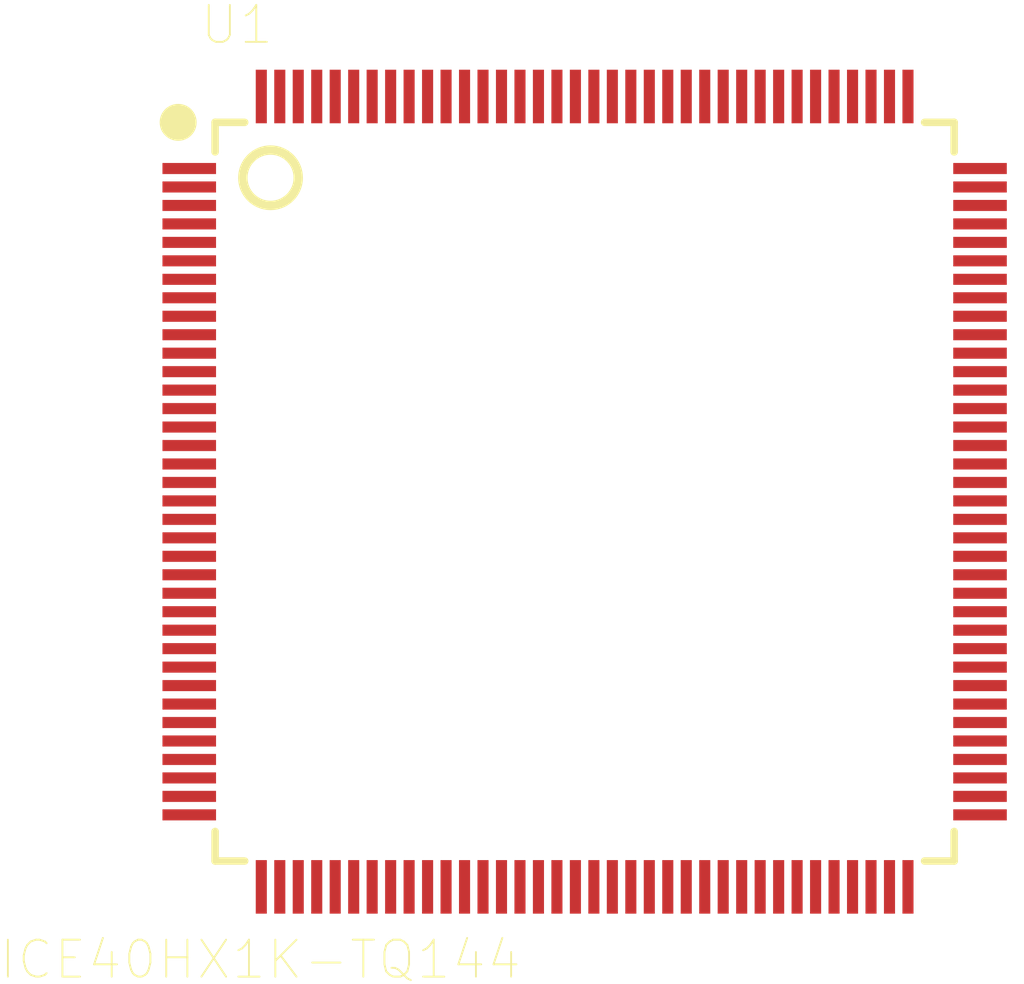
<source format=kicad_pcb>
(kicad_pcb (version 4) (host pcbnew 4.0.2+dfsg1-stable)

  (general
    (links 1)
    (no_connects 1)
    (area 0 0 0 0)
    (thickness 1.6)
    (drawings 0)
    (tracks 0)
    (zones 0)
    (modules 1)
    (nets 125)
  )

  (page A4)
  (layers
    (0 F.Cu signal)
    (31 B.Cu signal)
    (32 B.Adhes user)
    (33 F.Adhes user)
    (34 B.Paste user)
    (35 F.Paste user)
    (36 B.SilkS user)
    (37 F.SilkS user)
    (38 B.Mask user)
    (39 F.Mask user)
    (40 Dwgs.User user)
    (41 Cmts.User user)
    (42 Eco1.User user)
    (43 Eco2.User user)
    (44 Edge.Cuts user)
    (45 Margin user)
    (46 B.CrtYd user)
    (47 F.CrtYd user)
    (48 B.Fab user)
    (49 F.Fab user)
  )

  (setup
    (last_trace_width 0.25)
    (trace_clearance 0.2)
    (zone_clearance 0.508)
    (zone_45_only no)
    (trace_min 0.2)
    (segment_width 0.2)
    (edge_width 0.15)
    (via_size 0.6)
    (via_drill 0.4)
    (via_min_size 0.4)
    (via_min_drill 0.3)
    (uvia_size 0.3)
    (uvia_drill 0.1)
    (uvias_allowed no)
    (uvia_min_size 0.2)
    (uvia_min_drill 0.1)
    (pcb_text_width 0.3)
    (pcb_text_size 1.5 1.5)
    (mod_edge_width 0.15)
    (mod_text_size 1 1)
    (mod_text_width 0.15)
    (pad_size 1.524 1.524)
    (pad_drill 0.762)
    (pad_to_mask_clearance 0.2)
    (aux_axis_origin 0 0)
    (visible_elements FFFFFF7F)
    (pcbplotparams
      (layerselection 0x00030_80000001)
      (usegerberextensions false)
      (excludeedgelayer true)
      (linewidth 0.100000)
      (plotframeref false)
      (viasonmask false)
      (mode 1)
      (useauxorigin false)
      (hpglpennumber 1)
      (hpglpenspeed 20)
      (hpglpendiameter 15)
      (hpglpenoverlay 2)
      (psnegative false)
      (psa4output false)
      (plotreference true)
      (plotvalue true)
      (plotinvisibletext false)
      (padsonsilk false)
      (subtractmaskfromsilk false)
      (outputformat 1)
      (mirror false)
      (drillshape 1)
      (scaleselection 1)
      (outputdirectory ""))
  )

  (net 0 "")
  (net 1 "Net-(U1-Pad1)")
  (net 2 "Net-(U1-Pad2)")
  (net 3 "Net-(U1-Pad3)")
  (net 4 "Net-(U1-Pad4)")
  (net 5 "Net-(U1-Pad5)")
  (net 6 "Net-(U1-Pad6)")
  (net 7 "Net-(U1-Pad7)")
  (net 8 "Net-(U1-Pad8)")
  (net 9 "Net-(U1-Pad9)")
  (net 10 "Net-(U1-Pad10)")
  (net 11 "Net-(U1-Pad11)")
  (net 12 "Net-(U1-Pad12)")
  (net 13 "Net-(U1-Pad13)")
  (net 14 "Net-(U1-Pad14)")
  (net 15 "Net-(U1-Pad19)")
  (net 16 "Net-(U1-Pad20)")
  (net 17 "Net-(U1-Pad21)")
  (net 18 "Net-(U1-Pad22)")
  (net 19 "Net-(U1-Pad23)")
  (net 20 "Net-(U1-Pad24)")
  (net 21 "Net-(U1-Pad25)")
  (net 22 "Net-(U1-Pad26)")
  (net 23 "Net-(U1-Pad27)")
  (net 24 "Net-(U1-Pad28)")
  (net 25 "Net-(U1-Pad29)")
  (net 26 "Net-(U1-Pad30)")
  (net 27 "Net-(U1-Pad31)")
  (net 28 "Net-(U1-Pad32)")
  (net 29 "Net-(U1-Pad33)")
  (net 30 "Net-(U1-Pad34)")
  (net 31 "Net-(U1-Pad35)")
  (net 32 "Net-(U1-Pad36)")
  (net 33 "Net-(U1-Pad37)")
  (net 34 "Net-(U1-Pad38)")
  (net 35 "Net-(U1-Pad39)")
  (net 36 "Net-(U1-Pad142)")
  (net 37 "Net-(U1-Pad42)")
  (net 38 "Net-(U1-Pad43)")
  (net 39 "Net-(U1-Pad44)")
  (net 40 "Net-(U1-Pad45)")
  (net 41 "Net-(U1-Pad46)")
  (net 42 "Net-(U1-Pad47)")
  (net 43 "Net-(U1-Pad48)")
  (net 44 "Net-(U1-Pad49)")
  (net 45 "Net-(U1-Pad50)")
  (net 46 "Net-(U1-Pad51)")
  (net 47 "Net-(U1-Pad52)")
  (net 48 "Net-(U1-Pad56)")
  (net 49 "Net-(U1-Pad57)")
  (net 50 "Net-(U1-Pad58)")
  (net 51 "Net-(U1-Pad59)")
  (net 52 "Net-(U1-Pad60)")
  (net 53 "Net-(U1-Pad61)")
  (net 54 "Net-(U1-Pad62)")
  (net 55 "Net-(U1-Pad63)")
  (net 56 "Net-(U1-Pad64)")
  (net 57 "Net-(U1-Pad65)")
  (net 58 "Net-(U1-Pad66)")
  (net 59 "Net-(U1-Pad67)")
  (net 60 "Net-(U1-Pad68)")
  (net 61 "Net-(U1-Pad69)")
  (net 62 "Net-(U1-Pad70)")
  (net 63 "Net-(U1-Pad71)")
  (net 64 "Net-(U1-Pad72)")
  (net 65 "Net-(U1-Pad73)")
  (net 66 "Net-(U1-Pad74)")
  (net 67 "Net-(U1-Pad75)")
  (net 68 "Net-(U1-Pad76)")
  (net 69 "Net-(U1-Pad77)")
  (net 70 "Net-(U1-Pad78)")
  (net 71 "Net-(U1-Pad79)")
  (net 72 "Net-(U1-Pad80)")
  (net 73 "Net-(U1-Pad81)")
  (net 74 "Net-(U1-Pad86)")
  (net 75 "Net-(U1-Pad87)")
  (net 76 "Net-(U1-Pad88)")
  (net 77 "Net-(U1-Pad89)")
  (net 78 "Net-(U1-Pad90)")
  (net 79 "Net-(U1-Pad91)")
  (net 80 "Net-(U1-Pad92)")
  (net 81 "Net-(U1-Pad93)")
  (net 82 "Net-(U1-Pad94)")
  (net 83 "Net-(U1-Pad95)")
  (net 84 "Net-(U1-Pad96)")
  (net 85 "Net-(U1-Pad97)")
  (net 86 "Net-(U1-Pad98)")
  (net 87 "Net-(U1-Pad99)")
  (net 88 "Net-(U1-Pad100)")
  (net 89 "Net-(U1-Pad101)")
  (net 90 "Net-(U1-Pad102)")
  (net 91 "Net-(U1-Pad103)")
  (net 92 "Net-(U1-Pad104)")
  (net 93 "Net-(U1-Pad105)")
  (net 94 "Net-(U1-Pad106)")
  (net 95 "Net-(U1-Pad107)")
  (net 96 "Net-(U1-Pad108)")
  (net 97 "Net-(U1-Pad109)")
  (net 98 "Net-(U1-Pad111)")
  (net 99 "Net-(U1-Pad112)")
  (net 100 "Net-(U1-Pad113)")
  (net 101 "Net-(U1-Pad114)")
  (net 102 "Net-(U1-Pad115)")
  (net 103 "Net-(U1-Pad116)")
  (net 104 "Net-(U1-Pad117)")
  (net 105 "Net-(U1-Pad118)")
  (net 106 "Net-(U1-Pad119)")
  (net 107 "Net-(U1-Pad120)")
  (net 108 "Net-(U1-Pad121)")
  (net 109 "Net-(U1-Pad122)")
  (net 110 "Net-(U1-Pad123)")
  (net 111 "Net-(U1-Pad128)")
  (net 112 "Net-(U1-Pad129)")
  (net 113 "Net-(U1-Pad132)")
  (net 114 "Net-(U1-Pad133)")
  (net 115 "Net-(U1-Pad134)")
  (net 116 "Net-(U1-Pad135)")
  (net 117 "Net-(U1-Pad136)")
  (net 118 "Net-(U1-Pad137)")
  (net 119 "Net-(U1-Pad138)")
  (net 120 "Net-(U1-Pad139)")
  (net 121 "Net-(U1-Pad140)")
  (net 122 "Net-(U1-Pad141)")
  (net 123 "Net-(U1-Pad143)")
  (net 124 "Net-(U1-Pad144)")

  (net_class Default "This is the default net class."
    (clearance 0.2)
    (trace_width 0.25)
    (via_dia 0.6)
    (via_drill 0.4)
    (uvia_dia 0.3)
    (uvia_drill 0.1)
    (add_net "Net-(U1-Pad1)")
    (add_net "Net-(U1-Pad10)")
    (add_net "Net-(U1-Pad100)")
    (add_net "Net-(U1-Pad101)")
    (add_net "Net-(U1-Pad102)")
    (add_net "Net-(U1-Pad103)")
    (add_net "Net-(U1-Pad104)")
    (add_net "Net-(U1-Pad105)")
    (add_net "Net-(U1-Pad106)")
    (add_net "Net-(U1-Pad107)")
    (add_net "Net-(U1-Pad108)")
    (add_net "Net-(U1-Pad109)")
    (add_net "Net-(U1-Pad11)")
    (add_net "Net-(U1-Pad111)")
    (add_net "Net-(U1-Pad112)")
    (add_net "Net-(U1-Pad113)")
    (add_net "Net-(U1-Pad114)")
    (add_net "Net-(U1-Pad115)")
    (add_net "Net-(U1-Pad116)")
    (add_net "Net-(U1-Pad117)")
    (add_net "Net-(U1-Pad118)")
    (add_net "Net-(U1-Pad119)")
    (add_net "Net-(U1-Pad12)")
    (add_net "Net-(U1-Pad120)")
    (add_net "Net-(U1-Pad121)")
    (add_net "Net-(U1-Pad122)")
    (add_net "Net-(U1-Pad123)")
    (add_net "Net-(U1-Pad128)")
    (add_net "Net-(U1-Pad129)")
    (add_net "Net-(U1-Pad13)")
    (add_net "Net-(U1-Pad132)")
    (add_net "Net-(U1-Pad133)")
    (add_net "Net-(U1-Pad134)")
    (add_net "Net-(U1-Pad135)")
    (add_net "Net-(U1-Pad136)")
    (add_net "Net-(U1-Pad137)")
    (add_net "Net-(U1-Pad138)")
    (add_net "Net-(U1-Pad139)")
    (add_net "Net-(U1-Pad14)")
    (add_net "Net-(U1-Pad140)")
    (add_net "Net-(U1-Pad141)")
    (add_net "Net-(U1-Pad142)")
    (add_net "Net-(U1-Pad143)")
    (add_net "Net-(U1-Pad144)")
    (add_net "Net-(U1-Pad19)")
    (add_net "Net-(U1-Pad2)")
    (add_net "Net-(U1-Pad20)")
    (add_net "Net-(U1-Pad21)")
    (add_net "Net-(U1-Pad22)")
    (add_net "Net-(U1-Pad23)")
    (add_net "Net-(U1-Pad24)")
    (add_net "Net-(U1-Pad25)")
    (add_net "Net-(U1-Pad26)")
    (add_net "Net-(U1-Pad27)")
    (add_net "Net-(U1-Pad28)")
    (add_net "Net-(U1-Pad29)")
    (add_net "Net-(U1-Pad3)")
    (add_net "Net-(U1-Pad30)")
    (add_net "Net-(U1-Pad31)")
    (add_net "Net-(U1-Pad32)")
    (add_net "Net-(U1-Pad33)")
    (add_net "Net-(U1-Pad34)")
    (add_net "Net-(U1-Pad35)")
    (add_net "Net-(U1-Pad36)")
    (add_net "Net-(U1-Pad37)")
    (add_net "Net-(U1-Pad38)")
    (add_net "Net-(U1-Pad39)")
    (add_net "Net-(U1-Pad4)")
    (add_net "Net-(U1-Pad42)")
    (add_net "Net-(U1-Pad43)")
    (add_net "Net-(U1-Pad44)")
    (add_net "Net-(U1-Pad45)")
    (add_net "Net-(U1-Pad46)")
    (add_net "Net-(U1-Pad47)")
    (add_net "Net-(U1-Pad48)")
    (add_net "Net-(U1-Pad49)")
    (add_net "Net-(U1-Pad5)")
    (add_net "Net-(U1-Pad50)")
    (add_net "Net-(U1-Pad51)")
    (add_net "Net-(U1-Pad52)")
    (add_net "Net-(U1-Pad56)")
    (add_net "Net-(U1-Pad57)")
    (add_net "Net-(U1-Pad58)")
    (add_net "Net-(U1-Pad59)")
    (add_net "Net-(U1-Pad6)")
    (add_net "Net-(U1-Pad60)")
    (add_net "Net-(U1-Pad61)")
    (add_net "Net-(U1-Pad62)")
    (add_net "Net-(U1-Pad63)")
    (add_net "Net-(U1-Pad64)")
    (add_net "Net-(U1-Pad65)")
    (add_net "Net-(U1-Pad66)")
    (add_net "Net-(U1-Pad67)")
    (add_net "Net-(U1-Pad68)")
    (add_net "Net-(U1-Pad69)")
    (add_net "Net-(U1-Pad7)")
    (add_net "Net-(U1-Pad70)")
    (add_net "Net-(U1-Pad71)")
    (add_net "Net-(U1-Pad72)")
    (add_net "Net-(U1-Pad73)")
    (add_net "Net-(U1-Pad74)")
    (add_net "Net-(U1-Pad75)")
    (add_net "Net-(U1-Pad76)")
    (add_net "Net-(U1-Pad77)")
    (add_net "Net-(U1-Pad78)")
    (add_net "Net-(U1-Pad79)")
    (add_net "Net-(U1-Pad8)")
    (add_net "Net-(U1-Pad80)")
    (add_net "Net-(U1-Pad81)")
    (add_net "Net-(U1-Pad86)")
    (add_net "Net-(U1-Pad87)")
    (add_net "Net-(U1-Pad88)")
    (add_net "Net-(U1-Pad89)")
    (add_net "Net-(U1-Pad9)")
    (add_net "Net-(U1-Pad90)")
    (add_net "Net-(U1-Pad91)")
    (add_net "Net-(U1-Pad92)")
    (add_net "Net-(U1-Pad93)")
    (add_net "Net-(U1-Pad94)")
    (add_net "Net-(U1-Pad95)")
    (add_net "Net-(U1-Pad96)")
    (add_net "Net-(U1-Pad97)")
    (add_net "Net-(U1-Pad98)")
    (add_net "Net-(U1-Pad99)")
  )

  (module ICE40HX1K-TQ144:QFP50P2200X2200X160-144N (layer F.Cu) (tedit 0) (tstamp 57EEA7FF)
    (at 148.5011 105.0036)
    (path /57EEA3B3)
    (solder_mask_margin 0.1)
    (attr smd)
    (fp_text reference U1 (at -9.41 -12.64) (layer F.SilkS)
      (effects (font (size 1 1) (thickness 0.05)))
    )
    (fp_text value ICE40HX1K-TQ144 (at -8.775 12.67) (layer F.SilkS)
      (effects (font (size 1 1) (thickness 0.05)))
    )
    (fp_line (start -10 -10) (end -10 10) (layer Dwgs.User) (width 0.2032))
    (fp_line (start -10 10) (end 10 10) (layer Dwgs.User) (width 0.2032))
    (fp_line (start 10 10) (end 10 -10) (layer Dwgs.User) (width 0.2032))
    (fp_line (start 10 -10) (end -10 -10) (layer Dwgs.User) (width 0.2032))
    (fp_circle (center -8.5001 -8.5001) (end -7.75 -8.5001) (layer F.SilkS) (width 0.254))
    (fp_poly (pts (xy -9.9499 -8.8999) (xy -9.9499 -8.5999) (xy -10.8999 -8.5999) (xy -10.8999 -8.8999)) (layer Dwgs.User) (width 0.381))
    (fp_poly (pts (xy -9.94995 -8.4) (xy -9.94995 -8.1001) (xy -10.8999 -8.1001) (xy -10.8999 -8.4)) (layer Dwgs.User) (width 0.381))
    (fp_poly (pts (xy -9.9499 -7.8999) (xy -9.9499 -7.5999) (xy -10.8999 -7.5999) (xy -10.8999 -7.8999)) (layer Dwgs.User) (width 0.381))
    (fp_poly (pts (xy -9.94995 -7.4) (xy -9.94995 -7.1001) (xy -10.8999 -7.1001) (xy -10.8999 -7.4)) (layer Dwgs.User) (width 0.381))
    (fp_poly (pts (xy -9.9499 -6.8999) (xy -9.9499 -6.5999) (xy -10.8999 -6.5999) (xy -10.8999 -6.8999)) (layer Dwgs.User) (width 0.381))
    (fp_poly (pts (xy -9.94995 -6.4) (xy -9.94995 -6.1001) (xy -10.8999 -6.1001) (xy -10.8999 -6.4)) (layer Dwgs.User) (width 0.381))
    (fp_poly (pts (xy -9.9499 -5.8999) (xy -9.9499 -5.5999) (xy -10.8999 -5.5999) (xy -10.8999 -5.8999)) (layer Dwgs.User) (width 0.381))
    (fp_poly (pts (xy -9.94995 -5.4) (xy -9.94995 -5.1001) (xy -10.8999 -5.1001) (xy -10.8999 -5.4)) (layer Dwgs.User) (width 0.381))
    (fp_poly (pts (xy -9.9499 -4.8999) (xy -9.9499 -4.5999) (xy -10.8999 -4.5999) (xy -10.8999 -4.8999)) (layer Dwgs.User) (width 0.381))
    (fp_poly (pts (xy -9.94995 -4.4) (xy -9.94995 -4.1001) (xy -10.9 -4.1001) (xy -10.9 -4.4)) (layer Dwgs.User) (width 0.381))
    (fp_poly (pts (xy -9.9499 -3.8999) (xy -9.9499 -3.5999) (xy -10.8999 -3.5999) (xy -10.8999 -3.8999)) (layer Dwgs.User) (width 0.381))
    (fp_poly (pts (xy -9.94995 -3.4) (xy -9.94995 -3.1001) (xy -10.8999 -3.1001) (xy -10.8999 -3.4)) (layer Dwgs.User) (width 0.381))
    (fp_poly (pts (xy -9.9499 -2.8999) (xy -9.9499 -2.5999) (xy -10.8999 -2.5999) (xy -10.8999 -2.8999)) (layer Dwgs.User) (width 0.381))
    (fp_poly (pts (xy -9.94995 -2.4) (xy -9.94995 -2.1001) (xy -10.8999 -2.1001) (xy -10.8999 -2.4)) (layer Dwgs.User) (width 0.381))
    (fp_poly (pts (xy -9.9499 -1.8999) (xy -9.9499 -1.5999) (xy -10.8999 -1.5999) (xy -10.8999 -1.8999)) (layer Dwgs.User) (width 0.381))
    (fp_poly (pts (xy -9.94995 -1.4) (xy -9.94995 -1.1001) (xy -10.8999 -1.1001) (xy -10.8999 -1.4)) (layer Dwgs.User) (width 0.381))
    (fp_poly (pts (xy -9.9499 -0.8999) (xy -9.9499 -0.5999) (xy -10.8999 -0.5999) (xy -10.8999 -0.8999)) (layer Dwgs.User) (width 0.381))
    (fp_poly (pts (xy -9.9499 -0.4001) (xy -9.9499 -0.1001) (xy -10.8999 -0.1001) (xy -10.8999 -0.4001)) (layer Dwgs.User) (width 0.381))
    (fp_poly (pts (xy -9.9499 0.1001) (xy -9.9499 0.4001) (xy -10.8999 0.4001) (xy -10.8999 0.1001)) (layer Dwgs.User) (width 0.381))
    (fp_poly (pts (xy -9.9499 0.5999) (xy -9.9499 0.8999) (xy -10.8999 0.8999) (xy -10.8999 0.5999)) (layer Dwgs.User) (width 0.381))
    (fp_poly (pts (xy -9.94995 1.1001) (xy -9.94995 1.4) (xy -10.8999 1.4) (xy -10.8999 1.1001)) (layer Dwgs.User) (width 0.381))
    (fp_poly (pts (xy -9.9499 1.5999) (xy -9.9499 1.8999) (xy -10.8999 1.8999) (xy -10.8999 1.5999)) (layer Dwgs.User) (width 0.381))
    (fp_poly (pts (xy -9.94995 2.1001) (xy -9.94995 2.4) (xy -10.8999 2.4) (xy -10.8999 2.1001)) (layer Dwgs.User) (width 0.381))
    (fp_poly (pts (xy -9.9499 2.5999) (xy -9.9499 2.8999) (xy -10.8999 2.8999) (xy -10.8999 2.5999)) (layer Dwgs.User) (width 0.381))
    (fp_poly (pts (xy -9.94995 3.1001) (xy -9.94995 3.4) (xy -10.8999 3.4) (xy -10.8999 3.1001)) (layer Dwgs.User) (width 0.381))
    (fp_poly (pts (xy -9.9499 3.5999) (xy -9.9499 3.8999) (xy -10.8999 3.8999) (xy -10.8999 3.5999)) (layer Dwgs.User) (width 0.381))
    (fp_poly (pts (xy -9.94995 4.1001) (xy -9.94995 4.4) (xy -10.9 4.4) (xy -10.9 4.1001)) (layer Dwgs.User) (width 0.381))
    (fp_poly (pts (xy -9.9499 4.5999) (xy -9.9499 4.8999) (xy -10.8999 4.8999) (xy -10.8999 4.5999)) (layer Dwgs.User) (width 0.381))
    (fp_poly (pts (xy -9.94995 5.1001) (xy -9.94995 5.4) (xy -10.8999 5.4) (xy -10.8999 5.1001)) (layer Dwgs.User) (width 0.381))
    (fp_poly (pts (xy -9.9499 5.5999) (xy -9.9499 5.8999) (xy -10.8999 5.8999) (xy -10.8999 5.5999)) (layer Dwgs.User) (width 0.381))
    (fp_poly (pts (xy -9.94995 6.1001) (xy -9.94995 6.4) (xy -10.8999 6.4) (xy -10.8999 6.1001)) (layer Dwgs.User) (width 0.381))
    (fp_poly (pts (xy -9.9499 6.5999) (xy -9.9499 6.8999) (xy -10.8999 6.8999) (xy -10.8999 6.5999)) (layer Dwgs.User) (width 0.381))
    (fp_poly (pts (xy -9.94995 7.1001) (xy -9.94995 7.4) (xy -10.8999 7.4) (xy -10.8999 7.1001)) (layer Dwgs.User) (width 0.381))
    (fp_poly (pts (xy -9.9499 7.5999) (xy -9.9499 7.8999) (xy -10.8999 7.8999) (xy -10.8999 7.5999)) (layer Dwgs.User) (width 0.381))
    (fp_poly (pts (xy -9.94995 8.1001) (xy -9.94995 8.4) (xy -10.8999 8.4) (xy -10.8999 8.1001)) (layer Dwgs.User) (width 0.381))
    (fp_poly (pts (xy -9.9499 8.5999) (xy -9.9499 8.8999) (xy -10.8999 8.8999) (xy -10.8999 8.5999)) (layer Dwgs.User) (width 0.381))
    (fp_poly (pts (xy -8.5999 9.9499) (xy -8.5999 10.8999) (xy -8.8999 10.8999) (xy -8.8999 9.9499)) (layer Dwgs.User) (width 0.381))
    (fp_poly (pts (xy -8.1001 9.94995) (xy -8.1001 10.8999) (xy -8.4 10.8999) (xy -8.4 9.94995)) (layer Dwgs.User) (width 0.381))
    (fp_poly (pts (xy -7.5999 9.9499) (xy -7.5999 10.8999) (xy -7.8999 10.8999) (xy -7.8999 9.9499)) (layer Dwgs.User) (width 0.381))
    (fp_poly (pts (xy -7.1001 9.94995) (xy -7.1001 10.8999) (xy -7.4 10.8999) (xy -7.4 9.94995)) (layer Dwgs.User) (width 0.381))
    (fp_poly (pts (xy -6.5999 9.9499) (xy -6.5999 10.8999) (xy -6.8999 10.8999) (xy -6.8999 9.9499)) (layer Dwgs.User) (width 0.381))
    (fp_poly (pts (xy -6.1001 9.94995) (xy -6.1001 10.8999) (xy -6.4 10.8999) (xy -6.4 9.94995)) (layer Dwgs.User) (width 0.381))
    (fp_poly (pts (xy -5.5999 9.9499) (xy -5.5999 10.8999) (xy -5.8999 10.8999) (xy -5.8999 9.9499)) (layer Dwgs.User) (width 0.381))
    (fp_poly (pts (xy -5.1001 9.94995) (xy -5.1001 10.8999) (xy -5.4 10.8999) (xy -5.4 9.94995)) (layer Dwgs.User) (width 0.381))
    (fp_poly (pts (xy -4.5999 9.9499) (xy -4.5999 10.8999) (xy -4.8999 10.8999) (xy -4.8999 9.9499)) (layer Dwgs.User) (width 0.381))
    (fp_poly (pts (xy -4.1001 9.94995) (xy -4.1001 10.9) (xy -4.4 10.9) (xy -4.4 9.94995)) (layer Dwgs.User) (width 0.381))
    (fp_poly (pts (xy -3.5999 9.9499) (xy -3.5999 10.8999) (xy -3.8999 10.8999) (xy -3.8999 9.9499)) (layer Dwgs.User) (width 0.381))
    (fp_poly (pts (xy -3.1001 9.94995) (xy -3.1001 10.8999) (xy -3.4 10.8999) (xy -3.4 9.94995)) (layer Dwgs.User) (width 0.381))
    (fp_poly (pts (xy -2.5999 9.9499) (xy -2.5999 10.8999) (xy -2.8999 10.8999) (xy -2.8999 9.9499)) (layer Dwgs.User) (width 0.381))
    (fp_poly (pts (xy -2.1001 9.94995) (xy -2.1001 10.8999) (xy -2.4 10.8999) (xy -2.4 9.94995)) (layer Dwgs.User) (width 0.381))
    (fp_poly (pts (xy -1.5999 9.9499) (xy -1.5999 10.8999) (xy -1.8999 10.8999) (xy -1.8999 9.9499)) (layer Dwgs.User) (width 0.381))
    (fp_poly (pts (xy -1.1001 9.94995) (xy -1.1001 10.8999) (xy -1.4 10.8999) (xy -1.4 9.94995)) (layer Dwgs.User) (width 0.381))
    (fp_poly (pts (xy -0.5999 9.9499) (xy -0.5999 10.8999) (xy -0.8999 10.8999) (xy -0.8999 9.9499)) (layer Dwgs.User) (width 0.381))
    (fp_poly (pts (xy -0.1001 9.9499) (xy -0.1001 10.8999) (xy -0.4001 10.8999) (xy -0.4001 9.9499)) (layer Dwgs.User) (width 0.381))
    (fp_poly (pts (xy 0.4001 9.9499) (xy 0.4001 10.8999) (xy 0.1001 10.8999) (xy 0.1001 9.9499)) (layer Dwgs.User) (width 0.381))
    (fp_poly (pts (xy 0.8999 9.9499) (xy 0.8999 10.8999) (xy 0.5999 10.8999) (xy 0.5999 9.9499)) (layer Dwgs.User) (width 0.381))
    (fp_poly (pts (xy 1.4 9.94995) (xy 1.4 10.8999) (xy 1.1001 10.8999) (xy 1.1001 9.94995)) (layer Dwgs.User) (width 0.381))
    (fp_poly (pts (xy 1.8999 9.9499) (xy 1.8999 10.8999) (xy 1.5999 10.8999) (xy 1.5999 9.9499)) (layer Dwgs.User) (width 0.381))
    (fp_poly (pts (xy 2.4 9.94995) (xy 2.4 10.8999) (xy 2.1001 10.8999) (xy 2.1001 9.94995)) (layer Dwgs.User) (width 0.381))
    (fp_poly (pts (xy 2.8999 9.9499) (xy 2.8999 10.8999) (xy 2.5999 10.8999) (xy 2.5999 9.9499)) (layer Dwgs.User) (width 0.381))
    (fp_poly (pts (xy 3.4 9.94995) (xy 3.4 10.8999) (xy 3.1001 10.8999) (xy 3.1001 9.94995)) (layer Dwgs.User) (width 0.381))
    (fp_poly (pts (xy 3.8999 9.9499) (xy 3.8999 10.8999) (xy 3.5999 10.8999) (xy 3.5999 9.9499)) (layer Dwgs.User) (width 0.381))
    (fp_poly (pts (xy 4.4 9.94995) (xy 4.4 10.9) (xy 4.1001 10.9) (xy 4.1001 9.94995)) (layer Dwgs.User) (width 0.381))
    (fp_poly (pts (xy 4.8999 9.9499) (xy 4.8999 10.8999) (xy 4.5999 10.8999) (xy 4.5999 9.9499)) (layer Dwgs.User) (width 0.381))
    (fp_poly (pts (xy 5.4 9.94995) (xy 5.4 10.8999) (xy 5.1001 10.8999) (xy 5.1001 9.94995)) (layer Dwgs.User) (width 0.381))
    (fp_poly (pts (xy 5.8999 9.9499) (xy 5.8999 10.8999) (xy 5.5999 10.8999) (xy 5.5999 9.9499)) (layer Dwgs.User) (width 0.381))
    (fp_poly (pts (xy 6.4 9.94995) (xy 6.4 10.8999) (xy 6.1001 10.8999) (xy 6.1001 9.94995)) (layer Dwgs.User) (width 0.381))
    (fp_poly (pts (xy 6.8999 9.9499) (xy 6.8999 10.8999) (xy 6.5999 10.8999) (xy 6.5999 9.9499)) (layer Dwgs.User) (width 0.381))
    (fp_poly (pts (xy 7.4 9.94995) (xy 7.4 10.8999) (xy 7.1001 10.8999) (xy 7.1001 9.94995)) (layer Dwgs.User) (width 0.381))
    (fp_poly (pts (xy 7.8999 9.9499) (xy 7.8999 10.8999) (xy 7.5999 10.8999) (xy 7.5999 9.9499)) (layer Dwgs.User) (width 0.381))
    (fp_poly (pts (xy 8.4 9.94995) (xy 8.4 10.8999) (xy 8.1001 10.8999) (xy 8.1001 9.94995)) (layer Dwgs.User) (width 0.381))
    (fp_poly (pts (xy 8.8999 9.9499) (xy 8.8999 10.8999) (xy 8.5999 10.8999) (xy 8.5999 9.9499)) (layer Dwgs.User) (width 0.381))
    (fp_poly (pts (xy 10.8999 8.5999) (xy 10.8999 8.8999) (xy 9.9499 8.8999) (xy 9.9499 8.5999)) (layer Dwgs.User) (width 0.381))
    (fp_poly (pts (xy 10.8999 8.1001) (xy 10.8999 8.4) (xy 9.94995 8.4) (xy 9.94995 8.1001)) (layer Dwgs.User) (width 0.381))
    (fp_poly (pts (xy 10.8999 7.5999) (xy 10.8999 7.8999) (xy 9.9499 7.8999) (xy 9.9499 7.5999)) (layer Dwgs.User) (width 0.381))
    (fp_poly (pts (xy 10.8999 7.1001) (xy 10.8999 7.4) (xy 9.94995 7.4) (xy 9.94995 7.1001)) (layer Dwgs.User) (width 0.381))
    (fp_poly (pts (xy 10.8999 6.5999) (xy 10.8999 6.8999) (xy 9.9499 6.8999) (xy 9.9499 6.5999)) (layer Dwgs.User) (width 0.381))
    (fp_poly (pts (xy 10.8999 6.1001) (xy 10.8999 6.4) (xy 9.94995 6.4) (xy 9.94995 6.1001)) (layer Dwgs.User) (width 0.381))
    (fp_poly (pts (xy 10.8999 5.5999) (xy 10.8999 5.8999) (xy 9.9499 5.8999) (xy 9.9499 5.5999)) (layer Dwgs.User) (width 0.381))
    (fp_poly (pts (xy 10.8999 5.1001) (xy 10.8999 5.4) (xy 9.94995 5.4) (xy 9.94995 5.1001)) (layer Dwgs.User) (width 0.381))
    (fp_poly (pts (xy 10.8999 4.5999) (xy 10.8999 4.8999) (xy 9.9499 4.8999) (xy 9.9499 4.5999)) (layer Dwgs.User) (width 0.381))
    (fp_poly (pts (xy 10.9 4.1001) (xy 10.9 4.4) (xy 9.94995 4.4) (xy 9.94995 4.1001)) (layer Dwgs.User) (width 0.381))
    (fp_poly (pts (xy 10.8999 3.5999) (xy 10.8999 3.8999) (xy 9.9499 3.8999) (xy 9.9499 3.5999)) (layer Dwgs.User) (width 0.381))
    (fp_poly (pts (xy 10.8999 3.1001) (xy 10.8999 3.4) (xy 9.94995 3.4) (xy 9.94995 3.1001)) (layer Dwgs.User) (width 0.381))
    (fp_poly (pts (xy 10.8999 2.5999) (xy 10.8999 2.8999) (xy 9.9499 2.8999) (xy 9.9499 2.5999)) (layer Dwgs.User) (width 0.381))
    (fp_poly (pts (xy 10.8999 2.1001) (xy 10.8999 2.4) (xy 9.94995 2.4) (xy 9.94995 2.1001)) (layer Dwgs.User) (width 0.381))
    (fp_poly (pts (xy 10.8999 1.5999) (xy 10.8999 1.8999) (xy 9.9499 1.8999) (xy 9.9499 1.5999)) (layer Dwgs.User) (width 0.381))
    (fp_poly (pts (xy 10.8999 1.1001) (xy 10.8999 1.4) (xy 9.94995 1.4) (xy 9.94995 1.1001)) (layer Dwgs.User) (width 0.381))
    (fp_poly (pts (xy 10.8999 0.5999) (xy 10.8999 0.8999) (xy 9.9499 0.8999) (xy 9.9499 0.5999)) (layer Dwgs.User) (width 0.381))
    (fp_poly (pts (xy 10.8999 0.1001) (xy 10.8999 0.4001) (xy 9.9499 0.4001) (xy 9.9499 0.1001)) (layer Dwgs.User) (width 0.381))
    (fp_poly (pts (xy 10.8999 -0.4001) (xy 10.8999 -0.1001) (xy 9.9499 -0.1001) (xy 9.9499 -0.4001)) (layer Dwgs.User) (width 0.381))
    (fp_poly (pts (xy 10.8999 -0.8999) (xy 10.8999 -0.5999) (xy 9.9499 -0.5999) (xy 9.9499 -0.8999)) (layer Dwgs.User) (width 0.381))
    (fp_poly (pts (xy 10.8999 -1.4) (xy 10.8999 -1.1001) (xy 9.94995 -1.1001) (xy 9.94995 -1.4)) (layer Dwgs.User) (width 0.381))
    (fp_poly (pts (xy 10.8999 -1.8999) (xy 10.8999 -1.5999) (xy 9.9499 -1.5999) (xy 9.9499 -1.8999)) (layer Dwgs.User) (width 0.381))
    (fp_poly (pts (xy 10.8999 -2.4) (xy 10.8999 -2.1001) (xy 9.94995 -2.1001) (xy 9.94995 -2.4)) (layer Dwgs.User) (width 0.381))
    (fp_poly (pts (xy 10.8999 -2.8999) (xy 10.8999 -2.5999) (xy 9.9499 -2.5999) (xy 9.9499 -2.8999)) (layer Dwgs.User) (width 0.381))
    (fp_poly (pts (xy 10.8999 -3.4) (xy 10.8999 -3.1001) (xy 9.94995 -3.1001) (xy 9.94995 -3.4)) (layer Dwgs.User) (width 0.381))
    (fp_poly (pts (xy 10.8999 -3.8999) (xy 10.8999 -3.5999) (xy 9.9499 -3.5999) (xy 9.9499 -3.8999)) (layer Dwgs.User) (width 0.381))
    (fp_poly (pts (xy 10.9 -4.4) (xy 10.9 -4.1001) (xy 9.94995 -4.1001) (xy 9.94995 -4.4)) (layer Dwgs.User) (width 0.381))
    (fp_poly (pts (xy 10.8999 -4.8999) (xy 10.8999 -4.5999) (xy 9.9499 -4.5999) (xy 9.9499 -4.8999)) (layer Dwgs.User) (width 0.381))
    (fp_poly (pts (xy 10.8999 -5.4) (xy 10.8999 -5.1001) (xy 9.94995 -5.1001) (xy 9.94995 -5.4)) (layer Dwgs.User) (width 0.381))
    (fp_poly (pts (xy 10.8999 -5.8999) (xy 10.8999 -5.5999) (xy 9.9499 -5.5999) (xy 9.9499 -5.8999)) (layer Dwgs.User) (width 0.381))
    (fp_poly (pts (xy 10.8999 -6.4) (xy 10.8999 -6.1001) (xy 9.94995 -6.1001) (xy 9.94995 -6.4)) (layer Dwgs.User) (width 0.381))
    (fp_poly (pts (xy 10.8999 -6.8999) (xy 10.8999 -6.5999) (xy 9.9499 -6.5999) (xy 9.9499 -6.8999)) (layer Dwgs.User) (width 0.381))
    (fp_poly (pts (xy 10.8999 -7.4) (xy 10.8999 -7.1001) (xy 9.94995 -7.1001) (xy 9.94995 -7.4)) (layer Dwgs.User) (width 0.381))
    (fp_poly (pts (xy 10.8999 -7.8999) (xy 10.8999 -7.5999) (xy 9.9499 -7.5999) (xy 9.9499 -7.8999)) (layer Dwgs.User) (width 0.381))
    (fp_poly (pts (xy 10.8999 -8.4) (xy 10.8999 -8.1001) (xy 9.94995 -8.1001) (xy 9.94995 -8.4)) (layer Dwgs.User) (width 0.381))
    (fp_poly (pts (xy 10.8999 -8.8999) (xy 10.8999 -8.5999) (xy 9.9499 -8.5999) (xy 9.9499 -8.8999)) (layer Dwgs.User) (width 0.381))
    (fp_poly (pts (xy 8.8999 -10.8999) (xy 8.8999 -9.9499) (xy 8.5999 -9.9499) (xy 8.5999 -10.8999)) (layer Dwgs.User) (width 0.381))
    (fp_poly (pts (xy 8.4 -10.8999) (xy 8.4 -9.94995) (xy 8.1001 -9.94995) (xy 8.1001 -10.8999)) (layer Dwgs.User) (width 0.381))
    (fp_poly (pts (xy 7.8999 -10.8999) (xy 7.8999 -9.9499) (xy 7.5999 -9.9499) (xy 7.5999 -10.8999)) (layer Dwgs.User) (width 0.381))
    (fp_poly (pts (xy 7.4 -10.8999) (xy 7.4 -9.94995) (xy 7.1001 -9.94995) (xy 7.1001 -10.8999)) (layer Dwgs.User) (width 0.381))
    (fp_poly (pts (xy 6.8999 -10.8999) (xy 6.8999 -9.9499) (xy 6.5999 -9.9499) (xy 6.5999 -10.8999)) (layer Dwgs.User) (width 0.381))
    (fp_poly (pts (xy 6.4 -10.8999) (xy 6.4 -9.94995) (xy 6.1001 -9.94995) (xy 6.1001 -10.8999)) (layer Dwgs.User) (width 0.381))
    (fp_poly (pts (xy 5.8999 -10.8999) (xy 5.8999 -9.9499) (xy 5.5999 -9.9499) (xy 5.5999 -10.8999)) (layer Dwgs.User) (width 0.381))
    (fp_poly (pts (xy 5.4 -10.8999) (xy 5.4 -9.94995) (xy 5.1001 -9.94995) (xy 5.1001 -10.8999)) (layer Dwgs.User) (width 0.381))
    (fp_poly (pts (xy 4.8999 -10.8999) (xy 4.8999 -9.9499) (xy 4.5999 -9.9499) (xy 4.5999 -10.8999)) (layer Dwgs.User) (width 0.381))
    (fp_poly (pts (xy 4.4 -10.9) (xy 4.4 -9.94995) (xy 4.1001 -9.94995) (xy 4.1001 -10.9)) (layer Dwgs.User) (width 0.381))
    (fp_poly (pts (xy 3.8999 -10.8999) (xy 3.8999 -9.9499) (xy 3.5999 -9.9499) (xy 3.5999 -10.8999)) (layer Dwgs.User) (width 0.381))
    (fp_poly (pts (xy 3.4 -10.8999) (xy 3.4 -9.94995) (xy 3.1001 -9.94995) (xy 3.1001 -10.8999)) (layer Dwgs.User) (width 0.381))
    (fp_poly (pts (xy 2.8999 -10.8999) (xy 2.8999 -9.9499) (xy 2.5999 -9.9499) (xy 2.5999 -10.8999)) (layer Dwgs.User) (width 0.381))
    (fp_poly (pts (xy 2.4 -10.8999) (xy 2.4 -9.94995) (xy 2.1001 -9.94995) (xy 2.1001 -10.8999)) (layer Dwgs.User) (width 0.381))
    (fp_poly (pts (xy 1.8999 -10.8999) (xy 1.8999 -9.9499) (xy 1.5999 -9.9499) (xy 1.5999 -10.8999)) (layer Dwgs.User) (width 0.381))
    (fp_poly (pts (xy 1.4 -10.8999) (xy 1.4 -9.94995) (xy 1.1001 -9.94995) (xy 1.1001 -10.8999)) (layer Dwgs.User) (width 0.381))
    (fp_poly (pts (xy 0.8999 -10.8999) (xy 0.8999 -9.9499) (xy 0.5999 -9.9499) (xy 0.5999 -10.8999)) (layer Dwgs.User) (width 0.381))
    (fp_poly (pts (xy 0.4001 -10.8999) (xy 0.4001 -9.9499) (xy 0.1001 -9.9499) (xy 0.1001 -10.8999)) (layer Dwgs.User) (width 0.381))
    (fp_poly (pts (xy -0.1001 -10.8999) (xy -0.1001 -9.9499) (xy -0.4001 -9.9499) (xy -0.4001 -10.8999)) (layer Dwgs.User) (width 0.381))
    (fp_poly (pts (xy -0.5999 -10.8999) (xy -0.5999 -9.9499) (xy -0.8999 -9.9499) (xy -0.8999 -10.8999)) (layer Dwgs.User) (width 0.381))
    (fp_poly (pts (xy -1.1001 -10.8999) (xy -1.1001 -9.94995) (xy -1.4 -9.94995) (xy -1.4 -10.8999)) (layer Dwgs.User) (width 0.381))
    (fp_poly (pts (xy -1.5999 -10.8999) (xy -1.5999 -9.9499) (xy -1.8999 -9.9499) (xy -1.8999 -10.8999)) (layer Dwgs.User) (width 0.381))
    (fp_poly (pts (xy -2.1001 -10.8999) (xy -2.1001 -9.94995) (xy -2.4 -9.94995) (xy -2.4 -10.8999)) (layer Dwgs.User) (width 0.381))
    (fp_poly (pts (xy -2.5999 -10.8999) (xy -2.5999 -9.9499) (xy -2.8999 -9.9499) (xy -2.8999 -10.8999)) (layer Dwgs.User) (width 0.381))
    (fp_poly (pts (xy -3.1001 -10.8999) (xy -3.1001 -9.94995) (xy -3.4 -9.94995) (xy -3.4 -10.8999)) (layer Dwgs.User) (width 0.381))
    (fp_poly (pts (xy -3.5999 -10.8999) (xy -3.5999 -9.9499) (xy -3.8999 -9.9499) (xy -3.8999 -10.8999)) (layer Dwgs.User) (width 0.381))
    (fp_poly (pts (xy -4.1001 -10.9) (xy -4.1001 -9.94995) (xy -4.4 -9.94995) (xy -4.4 -10.9)) (layer Dwgs.User) (width 0.381))
    (fp_poly (pts (xy -4.5999 -10.8999) (xy -4.5999 -9.9499) (xy -4.8999 -9.9499) (xy -4.8999 -10.8999)) (layer Dwgs.User) (width 0.381))
    (fp_poly (pts (xy -5.1001 -10.8999) (xy -5.1001 -9.94995) (xy -5.4 -9.94995) (xy -5.4 -10.8999)) (layer Dwgs.User) (width 0.381))
    (fp_poly (pts (xy -5.5999 -10.8999) (xy -5.5999 -9.9499) (xy -5.8999 -9.9499) (xy -5.8999 -10.8999)) (layer Dwgs.User) (width 0.381))
    (fp_poly (pts (xy -6.1001 -10.8999) (xy -6.1001 -9.94995) (xy -6.4 -9.94995) (xy -6.4 -10.8999)) (layer Dwgs.User) (width 0.381))
    (fp_poly (pts (xy -6.5999 -10.8999) (xy -6.5999 -9.9499) (xy -6.8999 -9.9499) (xy -6.8999 -10.8999)) (layer Dwgs.User) (width 0.381))
    (fp_poly (pts (xy -7.1001 -10.8999) (xy -7.1001 -9.94995) (xy -7.4 -9.94995) (xy -7.4 -10.8999)) (layer Dwgs.User) (width 0.381))
    (fp_poly (pts (xy -7.5999 -10.8999) (xy -7.5999 -9.9499) (xy -7.8999 -9.9499) (xy -7.8999 -10.8999)) (layer Dwgs.User) (width 0.381))
    (fp_poly (pts (xy -8.1001 -10.8999) (xy -8.1001 -9.94995) (xy -8.4 -9.94995) (xy -8.4 -10.8999)) (layer Dwgs.User) (width 0.381))
    (fp_poly (pts (xy -8.5999 -10.8999) (xy -8.5999 -9.9499) (xy -8.8999 -9.9499) (xy -8.8999 -10.8999)) (layer Dwgs.User) (width 0.381))
    (fp_line (start -11.875 -11.875) (end 11.875 -11.875) (layer Dwgs.User) (width 0.05))
    (fp_line (start 11.875 -11.875) (end 11.875 11.875) (layer Dwgs.User) (width 0.05))
    (fp_line (start 11.875 11.875) (end -11.875 11.875) (layer Dwgs.User) (width 0.05))
    (fp_line (start -11.875 11.875) (end -11.875 -11.875) (layer Dwgs.User) (width 0.05))
    (fp_line (start -10 -10) (end -9.2 -10) (layer F.SilkS) (width 0.2032))
    (fp_line (start -10 -10) (end -10 -9.2) (layer F.SilkS) (width 0.2032))
    (fp_line (start -10 10) (end -10 9.2) (layer F.SilkS) (width 0.2032))
    (fp_line (start -10 10) (end -9.2 10) (layer F.SilkS) (width 0.2032))
    (fp_line (start 10 10) (end 9.2 10) (layer F.SilkS) (width 0.2032))
    (fp_line (start 10 10) (end 10 9.2) (layer F.SilkS) (width 0.2032))
    (fp_line (start 10 -10) (end 10 -9.2) (layer F.SilkS) (width 0.2032))
    (fp_line (start 10 -10) (end 9.2 -10) (layer F.SilkS) (width 0.2032))
    (fp_circle (center -11 -10) (end -10.5 -10) (layer F.SilkS) (width 0))
    (pad 1 smd rect (at -10.7 -8.75) (size 1.45 0.3) (layers F.Cu F.Paste F.Mask)
      (net 1 "Net-(U1-Pad1)") (solder_mask_margin 0.2))
    (pad 2 smd rect (at -10.7 -8.25) (size 1.45 0.3) (layers F.Cu F.Paste F.Mask)
      (net 2 "Net-(U1-Pad2)") (solder_mask_margin 0.2))
    (pad 3 smd rect (at -10.7 -7.75) (size 1.45 0.3) (layers F.Cu F.Paste F.Mask)
      (net 3 "Net-(U1-Pad3)") (solder_mask_margin 0.2))
    (pad 4 smd rect (at -10.7 -7.25) (size 1.45 0.3) (layers F.Cu F.Paste F.Mask)
      (net 4 "Net-(U1-Pad4)") (solder_mask_margin 0.2))
    (pad 5 smd rect (at -10.7 -6.75) (size 1.45 0.3) (layers F.Cu F.Paste F.Mask)
      (net 5 "Net-(U1-Pad5)") (solder_mask_margin 0.2))
    (pad 6 smd rect (at -10.7 -6.25) (size 1.45 0.3) (layers F.Cu F.Paste F.Mask)
      (net 6 "Net-(U1-Pad6)") (solder_mask_margin 0.2))
    (pad 7 smd rect (at -10.7 -5.75) (size 1.45 0.3) (layers F.Cu F.Paste F.Mask)
      (net 7 "Net-(U1-Pad7)") (solder_mask_margin 0.2))
    (pad 8 smd rect (at -10.7 -5.25) (size 1.45 0.3) (layers F.Cu F.Paste F.Mask)
      (net 8 "Net-(U1-Pad8)") (solder_mask_margin 0.2))
    (pad 9 smd rect (at -10.7 -4.75) (size 1.45 0.3) (layers F.Cu F.Paste F.Mask)
      (net 9 "Net-(U1-Pad9)") (solder_mask_margin 0.2))
    (pad 10 smd rect (at -10.7 -4.25) (size 1.45 0.3) (layers F.Cu F.Paste F.Mask)
      (net 10 "Net-(U1-Pad10)") (solder_mask_margin 0.2))
    (pad 11 smd rect (at -10.7 -3.75) (size 1.45 0.3) (layers F.Cu F.Paste F.Mask)
      (net 11 "Net-(U1-Pad11)") (solder_mask_margin 0.2))
    (pad 12 smd rect (at -10.7 -3.25) (size 1.45 0.3) (layers F.Cu F.Paste F.Mask)
      (net 12 "Net-(U1-Pad12)") (solder_mask_margin 0.2))
    (pad 13 smd rect (at -10.7 -2.75) (size 1.45 0.3) (layers F.Cu F.Paste F.Mask)
      (net 13 "Net-(U1-Pad13)") (solder_mask_margin 0.2))
    (pad 14 smd rect (at -10.7 -2.25) (size 1.45 0.3) (layers F.Cu F.Paste F.Mask)
      (net 14 "Net-(U1-Pad14)") (solder_mask_margin 0.2))
    (pad 15 smd rect (at -10.7 -1.75) (size 1.45 0.3) (layers F.Cu F.Paste F.Mask)
      (solder_mask_margin 0.2))
    (pad 16 smd rect (at -10.7 -1.25) (size 1.45 0.3) (layers F.Cu F.Paste F.Mask)
      (solder_mask_margin 0.2))
    (pad 17 smd rect (at -10.7 -0.75) (size 1.45 0.3) (layers F.Cu F.Paste F.Mask)
      (solder_mask_margin 0.2))
    (pad 18 smd rect (at -10.7 -0.25) (size 1.45 0.3) (layers F.Cu F.Paste F.Mask)
      (solder_mask_margin 0.2))
    (pad 19 smd rect (at -10.7 0.25) (size 1.45 0.3) (layers F.Cu F.Paste F.Mask)
      (net 15 "Net-(U1-Pad19)") (solder_mask_margin 0.2))
    (pad 20 smd rect (at -10.7 0.75) (size 1.45 0.3) (layers F.Cu F.Paste F.Mask)
      (net 16 "Net-(U1-Pad20)") (solder_mask_margin 0.2))
    (pad 21 smd rect (at -10.7 1.25) (size 1.45 0.3) (layers F.Cu F.Paste F.Mask)
      (net 17 "Net-(U1-Pad21)") (solder_mask_margin 0.2))
    (pad 22 smd rect (at -10.7 1.75) (size 1.45 0.3) (layers F.Cu F.Paste F.Mask)
      (net 18 "Net-(U1-Pad22)") (solder_mask_margin 0.2))
    (pad 23 smd rect (at -10.7 2.25) (size 1.45 0.3) (layers F.Cu F.Paste F.Mask)
      (net 19 "Net-(U1-Pad23)") (solder_mask_margin 0.2))
    (pad 24 smd rect (at -10.7 2.75) (size 1.45 0.3) (layers F.Cu F.Paste F.Mask)
      (net 20 "Net-(U1-Pad24)") (solder_mask_margin 0.2))
    (pad 25 smd rect (at -10.7 3.25) (size 1.45 0.3) (layers F.Cu F.Paste F.Mask)
      (net 21 "Net-(U1-Pad25)") (solder_mask_margin 0.2))
    (pad 26 smd rect (at -10.7 3.75) (size 1.45 0.3) (layers F.Cu F.Paste F.Mask)
      (net 22 "Net-(U1-Pad26)") (solder_mask_margin 0.2))
    (pad 27 smd rect (at -10.7 4.25) (size 1.45 0.3) (layers F.Cu F.Paste F.Mask)
      (net 23 "Net-(U1-Pad27)") (solder_mask_margin 0.2))
    (pad 28 smd rect (at -10.7 4.75) (size 1.45 0.3) (layers F.Cu F.Paste F.Mask)
      (net 24 "Net-(U1-Pad28)") (solder_mask_margin 0.2))
    (pad 29 smd rect (at -10.7 5.25) (size 1.45 0.3) (layers F.Cu F.Paste F.Mask)
      (net 25 "Net-(U1-Pad29)") (solder_mask_margin 0.2))
    (pad 30 smd rect (at -10.7 5.75) (size 1.45 0.3) (layers F.Cu F.Paste F.Mask)
      (net 26 "Net-(U1-Pad30)") (solder_mask_margin 0.2))
    (pad 31 smd rect (at -10.7 6.25) (size 1.45 0.3) (layers F.Cu F.Paste F.Mask)
      (net 27 "Net-(U1-Pad31)") (solder_mask_margin 0.2))
    (pad 32 smd rect (at -10.7 6.75) (size 1.45 0.3) (layers F.Cu F.Paste F.Mask)
      (net 28 "Net-(U1-Pad32)") (solder_mask_margin 0.2))
    (pad 33 smd rect (at -10.7 7.25) (size 1.45 0.3) (layers F.Cu F.Paste F.Mask)
      (net 29 "Net-(U1-Pad33)") (solder_mask_margin 0.2))
    (pad 34 smd rect (at -10.7 7.75) (size 1.45 0.3) (layers F.Cu F.Paste F.Mask)
      (net 30 "Net-(U1-Pad34)") (solder_mask_margin 0.2))
    (pad 35 smd rect (at -10.7 8.25) (size 1.45 0.3) (layers F.Cu F.Paste F.Mask)
      (net 31 "Net-(U1-Pad35)") (solder_mask_margin 0.2))
    (pad 36 smd rect (at -10.7 8.75) (size 1.45 0.3) (layers F.Cu F.Paste F.Mask)
      (net 32 "Net-(U1-Pad36)") (solder_mask_margin 0.2))
    (pad 37 smd rect (at -8.75 10.7 270) (size 1.45 0.3) (layers F.Cu F.Paste F.Mask)
      (net 33 "Net-(U1-Pad37)") (solder_mask_margin 0.2))
    (pad 38 smd rect (at -8.25 10.7 270) (size 1.45 0.3) (layers F.Cu F.Paste F.Mask)
      (net 34 "Net-(U1-Pad38)") (solder_mask_margin 0.2))
    (pad 39 smd rect (at -7.75 10.7 270) (size 1.45 0.3) (layers F.Cu F.Paste F.Mask)
      (net 35 "Net-(U1-Pad39)") (solder_mask_margin 0.2))
    (pad 40 smd rect (at -7.25 10.7 270) (size 1.45 0.3) (layers F.Cu F.Paste F.Mask)
      (solder_mask_margin 0.2))
    (pad 41 smd rect (at -6.75 10.7 270) (size 1.45 0.3) (layers F.Cu F.Paste F.Mask)
      (net 36 "Net-(U1-Pad142)") (solder_mask_margin 0.2))
    (pad 42 smd rect (at -6.25 10.7 270) (size 1.45 0.3) (layers F.Cu F.Paste F.Mask)
      (net 37 "Net-(U1-Pad42)") (solder_mask_margin 0.2))
    (pad 43 smd rect (at -5.75 10.7 270) (size 1.45 0.3) (layers F.Cu F.Paste F.Mask)
      (net 38 "Net-(U1-Pad43)") (solder_mask_margin 0.2))
    (pad 44 smd rect (at -5.25 10.7 270) (size 1.45 0.3) (layers F.Cu F.Paste F.Mask)
      (net 39 "Net-(U1-Pad44)") (solder_mask_margin 0.2))
    (pad 45 smd rect (at -4.75 10.7 270) (size 1.45 0.3) (layers F.Cu F.Paste F.Mask)
      (net 40 "Net-(U1-Pad45)") (solder_mask_margin 0.2))
    (pad 46 smd rect (at -4.25 10.7 270) (size 1.45 0.3) (layers F.Cu F.Paste F.Mask)
      (net 41 "Net-(U1-Pad46)") (solder_mask_margin 0.2))
    (pad 47 smd rect (at -3.75 10.7 270) (size 1.45 0.3) (layers F.Cu F.Paste F.Mask)
      (net 42 "Net-(U1-Pad47)") (solder_mask_margin 0.2))
    (pad 48 smd rect (at -3.25 10.7 270) (size 1.45 0.3) (layers F.Cu F.Paste F.Mask)
      (net 43 "Net-(U1-Pad48)") (solder_mask_margin 0.2))
    (pad 49 smd rect (at -2.75 10.7 270) (size 1.45 0.3) (layers F.Cu F.Paste F.Mask)
      (net 44 "Net-(U1-Pad49)") (solder_mask_margin 0.2))
    (pad 50 smd rect (at -2.25 10.7 270) (size 1.45 0.3) (layers F.Cu F.Paste F.Mask)
      (net 45 "Net-(U1-Pad50)") (solder_mask_margin 0.2))
    (pad 51 smd rect (at -1.75 10.7 270) (size 1.45 0.3) (layers F.Cu F.Paste F.Mask)
      (net 46 "Net-(U1-Pad51)") (solder_mask_margin 0.2))
    (pad 52 smd rect (at -1.25 10.7 270) (size 1.45 0.3) (layers F.Cu F.Paste F.Mask)
      (net 47 "Net-(U1-Pad52)") (solder_mask_margin 0.2))
    (pad 53 smd rect (at -0.75 10.7 270) (size 1.45 0.3) (layers F.Cu F.Paste F.Mask)
      (solder_mask_margin 0.2))
    (pad 54 smd rect (at -0.25 10.7 270) (size 1.45 0.3) (layers F.Cu F.Paste F.Mask)
      (solder_mask_margin 0.2))
    (pad 55 smd rect (at 0.25 10.7 270) (size 1.45 0.3) (layers F.Cu F.Paste F.Mask)
      (solder_mask_margin 0.2))
    (pad 56 smd rect (at 0.75 10.7 270) (size 1.45 0.3) (layers F.Cu F.Paste F.Mask)
      (net 48 "Net-(U1-Pad56)") (solder_mask_margin 0.2))
    (pad 57 smd rect (at 1.25 10.7 270) (size 1.45 0.3) (layers F.Cu F.Paste F.Mask)
      (net 49 "Net-(U1-Pad57)") (solder_mask_margin 0.2))
    (pad 58 smd rect (at 1.75 10.7 270) (size 1.45 0.3) (layers F.Cu F.Paste F.Mask)
      (net 50 "Net-(U1-Pad58)") (solder_mask_margin 0.2))
    (pad 59 smd rect (at 2.25 10.7 270) (size 1.45 0.3) (layers F.Cu F.Paste F.Mask)
      (net 51 "Net-(U1-Pad59)") (solder_mask_margin 0.2))
    (pad 60 smd rect (at 2.75 10.7 270) (size 1.45 0.3) (layers F.Cu F.Paste F.Mask)
      (net 52 "Net-(U1-Pad60)") (solder_mask_margin 0.2))
    (pad 61 smd rect (at 3.25 10.7 270) (size 1.45 0.3) (layers F.Cu F.Paste F.Mask)
      (net 53 "Net-(U1-Pad61)") (solder_mask_margin 0.2))
    (pad 62 smd rect (at 3.75 10.7 270) (size 1.45 0.3) (layers F.Cu F.Paste F.Mask)
      (net 54 "Net-(U1-Pad62)") (solder_mask_margin 0.2))
    (pad 63 smd rect (at 4.25 10.7 270) (size 1.45 0.3) (layers F.Cu F.Paste F.Mask)
      (net 55 "Net-(U1-Pad63)") (solder_mask_margin 0.2))
    (pad 64 smd rect (at 4.75 10.7 270) (size 1.45 0.3) (layers F.Cu F.Paste F.Mask)
      (net 56 "Net-(U1-Pad64)") (solder_mask_margin 0.2))
    (pad 65 smd rect (at 5.25 10.7 270) (size 1.45 0.3) (layers F.Cu F.Paste F.Mask)
      (net 57 "Net-(U1-Pad65)") (solder_mask_margin 0.2))
    (pad 66 smd rect (at 5.75 10.7 270) (size 1.45 0.3) (layers F.Cu F.Paste F.Mask)
      (net 58 "Net-(U1-Pad66)") (solder_mask_margin 0.2))
    (pad 67 smd rect (at 6.25 10.7 270) (size 1.45 0.3) (layers F.Cu F.Paste F.Mask)
      (net 59 "Net-(U1-Pad67)") (solder_mask_margin 0.2))
    (pad 68 smd rect (at 6.75 10.7 270) (size 1.45 0.3) (layers F.Cu F.Paste F.Mask)
      (net 60 "Net-(U1-Pad68)") (solder_mask_margin 0.2))
    (pad 69 smd rect (at 7.25 10.7 270) (size 1.45 0.3) (layers F.Cu F.Paste F.Mask)
      (net 61 "Net-(U1-Pad69)") (solder_mask_margin 0.2))
    (pad 70 smd rect (at 7.75 10.7 270) (size 1.45 0.3) (layers F.Cu F.Paste F.Mask)
      (net 62 "Net-(U1-Pad70)") (solder_mask_margin 0.2))
    (pad 71 smd rect (at 8.25 10.7 270) (size 1.45 0.3) (layers F.Cu F.Paste F.Mask)
      (net 63 "Net-(U1-Pad71)") (solder_mask_margin 0.2))
    (pad 72 smd rect (at 8.75 10.7 270) (size 1.45 0.3) (layers F.Cu F.Paste F.Mask)
      (net 64 "Net-(U1-Pad72)") (solder_mask_margin 0.2))
    (pad 73 smd rect (at 10.7 8.75) (size 1.45 0.3) (layers F.Cu F.Paste F.Mask)
      (net 65 "Net-(U1-Pad73)") (solder_mask_margin 0.2))
    (pad 74 smd rect (at 10.7 8.25) (size 1.45 0.3) (layers F.Cu F.Paste F.Mask)
      (net 66 "Net-(U1-Pad74)") (solder_mask_margin 0.2))
    (pad 75 smd rect (at 10.7 7.75) (size 1.45 0.3) (layers F.Cu F.Paste F.Mask)
      (net 67 "Net-(U1-Pad75)") (solder_mask_margin 0.2))
    (pad 76 smd rect (at 10.7 7.25) (size 1.45 0.3) (layers F.Cu F.Paste F.Mask)
      (net 68 "Net-(U1-Pad76)") (solder_mask_margin 0.2))
    (pad 77 smd rect (at 10.7 6.75) (size 1.45 0.3) (layers F.Cu F.Paste F.Mask)
      (net 69 "Net-(U1-Pad77)") (solder_mask_margin 0.2))
    (pad 78 smd rect (at 10.7 6.25) (size 1.45 0.3) (layers F.Cu F.Paste F.Mask)
      (net 70 "Net-(U1-Pad78)") (solder_mask_margin 0.2))
    (pad 79 smd rect (at 10.7 5.75) (size 1.45 0.3) (layers F.Cu F.Paste F.Mask)
      (net 71 "Net-(U1-Pad79)") (solder_mask_margin 0.2))
    (pad 80 smd rect (at 10.7 5.25) (size 1.45 0.3) (layers F.Cu F.Paste F.Mask)
      (net 72 "Net-(U1-Pad80)") (solder_mask_margin 0.2))
    (pad 81 smd rect (at 10.7 4.75) (size 1.45 0.3) (layers F.Cu F.Paste F.Mask)
      (net 73 "Net-(U1-Pad81)") (solder_mask_margin 0.2))
    (pad 82 smd rect (at 10.7 4.25) (size 1.45 0.3) (layers F.Cu F.Paste F.Mask)
      (solder_mask_margin 0.2))
    (pad 83 smd rect (at 10.7 3.75) (size 1.45 0.3) (layers F.Cu F.Paste F.Mask)
      (solder_mask_margin 0.2))
    (pad 84 smd rect (at 10.7 3.25) (size 1.45 0.3) (layers F.Cu F.Paste F.Mask)
      (solder_mask_margin 0.2))
    (pad 85 smd rect (at 10.7 2.75) (size 1.45 0.3) (layers F.Cu F.Paste F.Mask)
      (solder_mask_margin 0.2))
    (pad 86 smd rect (at 10.7 2.25) (size 1.45 0.3) (layers F.Cu F.Paste F.Mask)
      (net 74 "Net-(U1-Pad86)") (solder_mask_margin 0.2))
    (pad 87 smd rect (at 10.7 1.75) (size 1.45 0.3) (layers F.Cu F.Paste F.Mask)
      (net 75 "Net-(U1-Pad87)") (solder_mask_margin 0.2))
    (pad 88 smd rect (at 10.7 1.25) (size 1.45 0.3) (layers F.Cu F.Paste F.Mask)
      (net 76 "Net-(U1-Pad88)") (solder_mask_margin 0.2))
    (pad 89 smd rect (at 10.7 0.75) (size 1.45 0.3) (layers F.Cu F.Paste F.Mask)
      (net 77 "Net-(U1-Pad89)") (solder_mask_margin 0.2))
    (pad 90 smd rect (at 10.7 0.25) (size 1.45 0.3) (layers F.Cu F.Paste F.Mask)
      (net 78 "Net-(U1-Pad90)") (solder_mask_margin 0.2))
    (pad 91 smd rect (at 10.7 -0.25) (size 1.45 0.3) (layers F.Cu F.Paste F.Mask)
      (net 79 "Net-(U1-Pad91)") (solder_mask_margin 0.2))
    (pad 92 smd rect (at 10.7 -0.75) (size 1.45 0.3) (layers F.Cu F.Paste F.Mask)
      (net 80 "Net-(U1-Pad92)") (solder_mask_margin 0.2))
    (pad 93 smd rect (at 10.7 -1.25) (size 1.45 0.3) (layers F.Cu F.Paste F.Mask)
      (net 81 "Net-(U1-Pad93)") (solder_mask_margin 0.2))
    (pad 94 smd rect (at 10.7 -1.75) (size 1.45 0.3) (layers F.Cu F.Paste F.Mask)
      (net 82 "Net-(U1-Pad94)") (solder_mask_margin 0.2))
    (pad 95 smd rect (at 10.7 -2.25) (size 1.45 0.3) (layers F.Cu F.Paste F.Mask)
      (net 83 "Net-(U1-Pad95)") (solder_mask_margin 0.2))
    (pad 96 smd rect (at 10.7 -2.75) (size 1.45 0.3) (layers F.Cu F.Paste F.Mask)
      (net 84 "Net-(U1-Pad96)") (solder_mask_margin 0.2))
    (pad 97 smd rect (at 10.7 -3.25) (size 1.45 0.3) (layers F.Cu F.Paste F.Mask)
      (net 85 "Net-(U1-Pad97)") (solder_mask_margin 0.2))
    (pad 98 smd rect (at 10.7 -3.75) (size 1.45 0.3) (layers F.Cu F.Paste F.Mask)
      (net 86 "Net-(U1-Pad98)") (solder_mask_margin 0.2))
    (pad 99 smd rect (at 10.7 -4.25) (size 1.45 0.3) (layers F.Cu F.Paste F.Mask)
      (net 87 "Net-(U1-Pad99)") (solder_mask_margin 0.2))
    (pad 100 smd rect (at 10.7 -4.75) (size 1.45 0.3) (layers F.Cu F.Paste F.Mask)
      (net 88 "Net-(U1-Pad100)") (solder_mask_margin 0.2))
    (pad 101 smd rect (at 10.7 -5.25) (size 1.45 0.3) (layers F.Cu F.Paste F.Mask)
      (net 89 "Net-(U1-Pad101)") (solder_mask_margin 0.2))
    (pad 102 smd rect (at 10.7 -5.75) (size 1.45 0.3) (layers F.Cu F.Paste F.Mask)
      (net 90 "Net-(U1-Pad102)") (solder_mask_margin 0.2))
    (pad 103 smd rect (at 10.7 -6.25) (size 1.45 0.3) (layers F.Cu F.Paste F.Mask)
      (net 91 "Net-(U1-Pad103)") (solder_mask_margin 0.2))
    (pad 104 smd rect (at 10.7 -6.75) (size 1.45 0.3) (layers F.Cu F.Paste F.Mask)
      (net 92 "Net-(U1-Pad104)") (solder_mask_margin 0.2))
    (pad 105 smd rect (at 10.7 -7.25) (size 1.45 0.3) (layers F.Cu F.Paste F.Mask)
      (net 93 "Net-(U1-Pad105)") (solder_mask_margin 0.2))
    (pad 106 smd rect (at 10.7 -7.75) (size 1.45 0.3) (layers F.Cu F.Paste F.Mask)
      (net 94 "Net-(U1-Pad106)") (solder_mask_margin 0.2))
    (pad 107 smd rect (at 10.7 -8.25) (size 1.45 0.3) (layers F.Cu F.Paste F.Mask)
      (net 95 "Net-(U1-Pad107)") (solder_mask_margin 0.2))
    (pad 108 smd rect (at 10.7 -8.75) (size 1.45 0.3) (layers F.Cu F.Paste F.Mask)
      (net 96 "Net-(U1-Pad108)") (solder_mask_margin 0.2))
    (pad 109 smd rect (at 8.75 -10.7 270) (size 1.45 0.3) (layers F.Cu F.Paste F.Mask)
      (net 97 "Net-(U1-Pad109)") (solder_mask_margin 0.2))
    (pad 110 smd rect (at 8.25 -10.7 270) (size 1.45 0.3) (layers F.Cu F.Paste F.Mask)
      (solder_mask_margin 0.2))
    (pad 111 smd rect (at 7.75 -10.7 270) (size 1.45 0.3) (layers F.Cu F.Paste F.Mask)
      (net 98 "Net-(U1-Pad111)") (solder_mask_margin 0.2))
    (pad 112 smd rect (at 7.25 -10.7 270) (size 1.45 0.3) (layers F.Cu F.Paste F.Mask)
      (net 99 "Net-(U1-Pad112)") (solder_mask_margin 0.2))
    (pad 113 smd rect (at 6.75 -10.7 270) (size 1.45 0.3) (layers F.Cu F.Paste F.Mask)
      (net 100 "Net-(U1-Pad113)") (solder_mask_margin 0.2))
    (pad 114 smd rect (at 6.25 -10.7 270) (size 1.45 0.3) (layers F.Cu F.Paste F.Mask)
      (net 101 "Net-(U1-Pad114)") (solder_mask_margin 0.2))
    (pad 115 smd rect (at 5.75 -10.7 270) (size 1.45 0.3) (layers F.Cu F.Paste F.Mask)
      (net 102 "Net-(U1-Pad115)") (solder_mask_margin 0.2))
    (pad 116 smd rect (at 5.25 -10.7 270) (size 1.45 0.3) (layers F.Cu F.Paste F.Mask)
      (net 103 "Net-(U1-Pad116)") (solder_mask_margin 0.2))
    (pad 117 smd rect (at 4.75 -10.7 270) (size 1.45 0.3) (layers F.Cu F.Paste F.Mask)
      (net 104 "Net-(U1-Pad117)") (solder_mask_margin 0.2))
    (pad 118 smd rect (at 4.25 -10.7 270) (size 1.45 0.3) (layers F.Cu F.Paste F.Mask)
      (net 105 "Net-(U1-Pad118)") (solder_mask_margin 0.2))
    (pad 119 smd rect (at 3.75 -10.7 270) (size 1.45 0.3) (layers F.Cu F.Paste F.Mask)
      (net 106 "Net-(U1-Pad119)") (solder_mask_margin 0.2))
    (pad 120 smd rect (at 3.25 -10.7 270) (size 1.45 0.3) (layers F.Cu F.Paste F.Mask)
      (net 107 "Net-(U1-Pad120)") (solder_mask_margin 0.2))
    (pad 121 smd rect (at 2.75 -10.7 270) (size 1.45 0.3) (layers F.Cu F.Paste F.Mask)
      (net 108 "Net-(U1-Pad121)") (solder_mask_margin 0.2))
    (pad 122 smd rect (at 2.25 -10.7 270) (size 1.45 0.3) (layers F.Cu F.Paste F.Mask)
      (net 109 "Net-(U1-Pad122)") (solder_mask_margin 0.2))
    (pad 123 smd rect (at 1.75 -10.7 270) (size 1.45 0.3) (layers F.Cu F.Paste F.Mask)
      (net 110 "Net-(U1-Pad123)") (solder_mask_margin 0.2))
    (pad 124 smd rect (at 1.25 -10.7 270) (size 1.45 0.3) (layers F.Cu F.Paste F.Mask)
      (solder_mask_margin 0.2))
    (pad 125 smd rect (at 0.75 -10.7 270) (size 1.45 0.3) (layers F.Cu F.Paste F.Mask)
      (solder_mask_margin 0.2))
    (pad 126 smd rect (at 0.25 -10.7 270) (size 1.45 0.3) (layers F.Cu F.Paste F.Mask)
      (solder_mask_margin 0.2))
    (pad 127 smd rect (at -0.25 -10.7 270) (size 1.45 0.3) (layers F.Cu F.Paste F.Mask)
      (solder_mask_margin 0.2))
    (pad 128 smd rect (at -0.75 -10.7 270) (size 1.45 0.3) (layers F.Cu F.Paste F.Mask)
      (net 111 "Net-(U1-Pad128)") (solder_mask_margin 0.2))
    (pad 129 smd rect (at -1.25 -10.7 270) (size 1.45 0.3) (layers F.Cu F.Paste F.Mask)
      (net 112 "Net-(U1-Pad129)") (solder_mask_margin 0.2))
    (pad 130 smd rect (at -1.75 -10.7 270) (size 1.45 0.3) (layers F.Cu F.Paste F.Mask)
      (solder_mask_margin 0.2))
    (pad 131 smd rect (at -2.25 -10.7 270) (size 1.45 0.3) (layers F.Cu F.Paste F.Mask)
      (solder_mask_margin 0.2))
    (pad 132 smd rect (at -2.75 -10.7 270) (size 1.45 0.3) (layers F.Cu F.Paste F.Mask)
      (net 113 "Net-(U1-Pad132)") (solder_mask_margin 0.2))
    (pad 133 smd rect (at -3.25 -10.7 270) (size 1.45 0.3) (layers F.Cu F.Paste F.Mask)
      (net 114 "Net-(U1-Pad133)") (solder_mask_margin 0.2))
    (pad 134 smd rect (at -3.75 -10.7 270) (size 1.45 0.3) (layers F.Cu F.Paste F.Mask)
      (net 115 "Net-(U1-Pad134)") (solder_mask_margin 0.2))
    (pad 135 smd rect (at -4.25 -10.7 270) (size 1.45 0.3) (layers F.Cu F.Paste F.Mask)
      (net 116 "Net-(U1-Pad135)") (solder_mask_margin 0.2))
    (pad 136 smd rect (at -4.75 -10.7 270) (size 1.45 0.3) (layers F.Cu F.Paste F.Mask)
      (net 117 "Net-(U1-Pad136)") (solder_mask_margin 0.2))
    (pad 137 smd rect (at -5.25 -10.7 270) (size 1.45 0.3) (layers F.Cu F.Paste F.Mask)
      (net 118 "Net-(U1-Pad137)") (solder_mask_margin 0.2))
    (pad 138 smd rect (at -5.75 -10.7 270) (size 1.45 0.3) (layers F.Cu F.Paste F.Mask)
      (net 119 "Net-(U1-Pad138)") (solder_mask_margin 0.2))
    (pad 139 smd rect (at -6.25 -10.7 270) (size 1.45 0.3) (layers F.Cu F.Paste F.Mask)
      (net 120 "Net-(U1-Pad139)") (solder_mask_margin 0.2))
    (pad 140 smd rect (at -6.75 -10.7 270) (size 1.45 0.3) (layers F.Cu F.Paste F.Mask)
      (net 121 "Net-(U1-Pad140)") (solder_mask_margin 0.2))
    (pad 141 smd rect (at -7.25 -10.7 270) (size 1.45 0.3) (layers F.Cu F.Paste F.Mask)
      (net 122 "Net-(U1-Pad141)") (solder_mask_margin 0.2))
    (pad 142 smd rect (at -7.75 -10.7 270) (size 1.45 0.3) (layers F.Cu F.Paste F.Mask)
      (net 36 "Net-(U1-Pad142)") (solder_mask_margin 0.2))
    (pad 143 smd rect (at -8.25 -10.7 270) (size 1.45 0.3) (layers F.Cu F.Paste F.Mask)
      (net 123 "Net-(U1-Pad143)") (solder_mask_margin 0.2))
    (pad 144 smd rect (at -8.75 -10.7 270) (size 1.45 0.3) (layers F.Cu F.Paste F.Mask)
      (net 124 "Net-(U1-Pad144)") (solder_mask_margin 0.2))
  )

)

</source>
